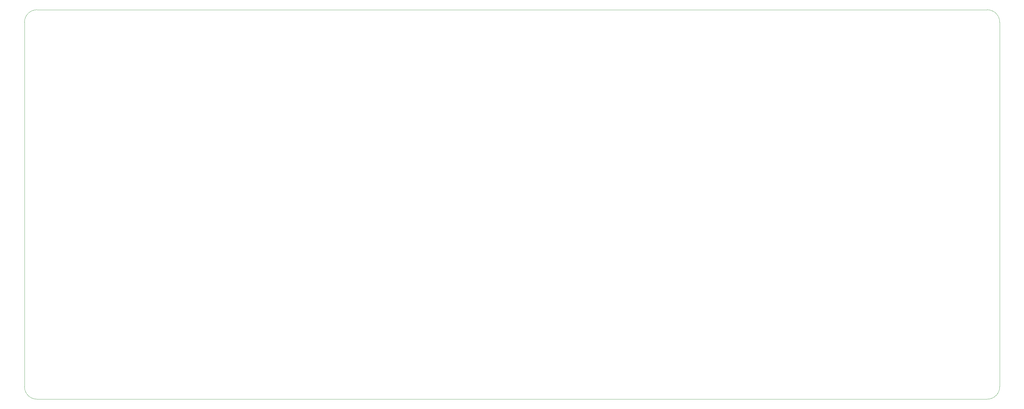
<source format=gm1>
G04 #@! TF.GenerationSoftware,KiCad,Pcbnew,(5.1.5)-3*
G04 #@! TF.CreationDate,2020-03-25T22:32:38+08:00*
G04 #@! TF.ProjectId,PCB Design,50434220-4465-4736-9967-6e2e6b696361,rev?*
G04 #@! TF.SameCoordinates,Original*
G04 #@! TF.FileFunction,Profile,NP*
%FSLAX46Y46*%
G04 Gerber Fmt 4.6, Leading zero omitted, Abs format (unit mm)*
G04 Created by KiCad (PCBNEW (5.1.5)-3) date 2020-03-25 22:32:38*
%MOMM*%
%LPD*%
G04 APERTURE LIST*
%ADD10C,0.050000*%
G04 APERTURE END LIST*
D10*
X333375000Y-18256250D02*
X333375000Y-16668750D01*
X23812500Y-18256250D02*
X23812500Y-16668750D01*
X23812500Y-19050000D02*
X23812500Y-18256250D01*
X150812500Y-12700000D02*
X27781250Y-12700000D01*
X333375000Y-19050000D02*
X333375000Y-18256250D01*
X150812500Y-12700000D02*
X329406250Y-12700000D01*
X23812500Y-16668750D02*
G75*
G02X27781250Y-12700000I3968750J0D01*
G01*
X329406250Y-12700000D02*
G75*
G02X333375000Y-16668750I0J-3968750D01*
G01*
X333375000Y-132556250D02*
G75*
G02X329406250Y-136525000I-3968750J0D01*
G01*
X27781250Y-136525000D02*
G75*
G02X23812500Y-132556250I0J3968750D01*
G01*
X23812500Y-19050000D02*
X23812500Y-21431250D01*
X23812500Y-132556250D02*
X23812500Y-21431250D01*
X329406250Y-136525000D02*
X27781250Y-136525000D01*
X333375000Y-19050000D02*
X333375000Y-132556250D01*
M02*

</source>
